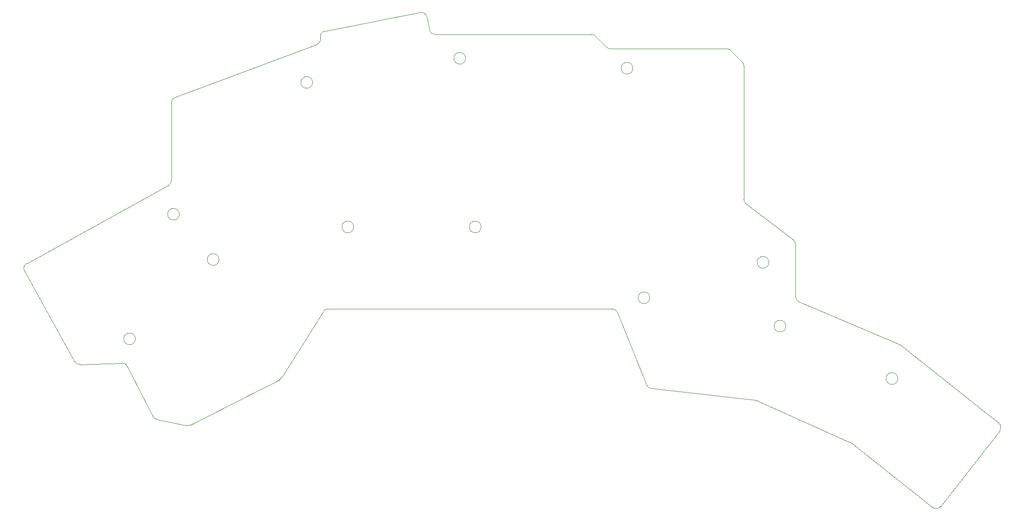
<source format=gm1>
%TF.GenerationSoftware,KiCad,Pcbnew,9.0.3*%
%TF.CreationDate,2025-08-09T09:45:47-04:00*%
%TF.ProjectId,bottom,626f7474-6f6d-42e6-9b69-6361645f7063,rev?*%
%TF.SameCoordinates,Original*%
%TF.FileFunction,Profile,NP*%
%FSLAX46Y46*%
G04 Gerber Fmt 4.6, Leading zero omitted, Abs format (unit mm)*
G04 Created by KiCad (PCBNEW 9.0.3) date 2025-08-09 09:45:47*
%MOMM*%
%LPD*%
G01*
G04 APERTURE LIST*
%TA.AperFunction,Profile*%
%ADD10C,0.050000*%
%TD*%
G04 APERTURE END LIST*
D10*
X46372186Y-94404112D02*
X51748748Y-95531456D01*
X160505931Y-62303539D02*
X151978783Y-55704314D01*
X124990025Y-25699901D02*
X127001062Y-27710938D01*
X156095963Y-66279839D02*
G75*
G02*
X153995963Y-66279839I-1050000J0D01*
G01*
X153995963Y-66279839D02*
G75*
G02*
X156095963Y-66279839I1050000J0D01*
G01*
X52408245Y-95443594D02*
X68395870Y-87291887D01*
X40158677Y-84325532D02*
G75*
G02*
X41083209Y-84869967I34123J-999268D01*
G01*
X41083218Y-84869962D02*
X45694671Y-93895379D01*
X124279700Y-25403839D02*
G75*
G02*
X124990006Y-25699920I0J-1000061D01*
G01*
X160893963Y-72441839D02*
X160893963Y-63085782D01*
X101739963Y-29703839D02*
G75*
G02*
X99639963Y-29703839I-1050000J0D01*
G01*
X99639963Y-29703839D02*
G75*
G02*
X101739963Y-29703839I1050000J0D01*
G01*
X179209963Y-87107839D02*
G75*
G02*
X177109963Y-87107839I-1050000J0D01*
G01*
X177109963Y-87107839D02*
G75*
G02*
X179209963Y-87107839I1050000J0D01*
G01*
X22679616Y-67831315D02*
X31697232Y-84069510D01*
X148579700Y-28003839D02*
G75*
G02*
X149290006Y-28299920I0J-1000061D01*
G01*
X197316669Y-95084933D02*
X179642884Y-81071400D01*
X153639979Y-90986377D02*
G75*
G02*
X153935427Y-91067084I-112679J-993623D01*
G01*
X48993963Y-51584000D02*
G75*
G02*
X48472496Y-52462048I-999963J0D01*
G01*
X75733019Y-26041458D02*
G75*
G02*
X75091797Y-27172648I-981719J-190842D01*
G01*
X22679616Y-67831315D02*
G75*
G02*
X23068158Y-66471740I874204J485475D01*
G01*
X159143963Y-77709839D02*
G75*
G02*
X157043963Y-77709839I-1050000J0D01*
G01*
X157043963Y-77709839D02*
G75*
G02*
X159143963Y-77709839I1050000J0D01*
G01*
X186862757Y-110059909D02*
G75*
G02*
X185453683Y-110227255I-787657J616209D01*
G01*
X134986816Y-88871070D02*
G75*
G02*
X134173293Y-88254520I112684J993670D01*
G01*
X32605629Y-84583450D02*
G75*
G02*
X31697232Y-84069510I-34129J999450D01*
G01*
X161503440Y-73362494D02*
X179504026Y-80999207D01*
X131711963Y-31481839D02*
G75*
G02*
X129611963Y-31481839I-1050000J0D01*
G01*
X129611963Y-31481839D02*
G75*
G02*
X131711963Y-31481839I1050000J0D01*
G01*
X48993965Y-37632600D02*
G75*
G02*
X49643592Y-36695965I1000035J0D01*
G01*
X151978783Y-55704314D02*
G75*
G02*
X151593963Y-54919641I615217J788414D01*
G01*
X75722123Y-25985409D02*
G75*
G02*
X76513444Y-24812916I981577J190809D01*
G01*
X128948452Y-75247995D02*
X134173295Y-88254519D01*
X124279700Y-25403839D02*
X96218200Y-25403839D01*
X48993965Y-37632600D02*
X48993963Y-51584000D01*
X74307963Y-34021839D02*
G75*
G02*
X72207963Y-34021839I-1050000J0D01*
G01*
X72207963Y-34021839D02*
G75*
G02*
X74307963Y-34021839I1050000J0D01*
G01*
X95234792Y-24584969D02*
X94786364Y-22277984D01*
X149290025Y-28299901D02*
X151301012Y-30310888D01*
X179504026Y-80999207D02*
G75*
G02*
X179642882Y-81071403I-391026J-921693D01*
G01*
X81673963Y-59929839D02*
G75*
G02*
X79573963Y-59929839I-1050000J0D01*
G01*
X79573963Y-59929839D02*
G75*
G02*
X81673963Y-59929839I1050000J0D01*
G01*
X134759963Y-72629839D02*
G75*
G02*
X132659963Y-72629839I-1050000J0D01*
G01*
X132659963Y-72629839D02*
G75*
G02*
X134759963Y-72629839I1050000J0D01*
G01*
X42557963Y-79995839D02*
G75*
G02*
X40457963Y-79995839I-1050000J0D01*
G01*
X40457963Y-79995839D02*
G75*
G02*
X42557963Y-79995839I1050000J0D01*
G01*
X96218200Y-25403839D02*
G75*
G02*
X95234808Y-24584966I100J1000039D01*
G01*
X76275656Y-75068991D02*
G75*
G02*
X77111431Y-74603960I844944J-535009D01*
G01*
X52408245Y-95443594D02*
G75*
G02*
X51748754Y-95531426I-454245J890894D01*
G01*
X68751859Y-86954409D02*
X76275656Y-75068991D01*
X151593963Y-31027480D02*
X151593963Y-54919641D01*
X186862757Y-110059909D02*
X197489175Y-96476899D01*
X93616217Y-21496478D02*
G75*
G02*
X94786440Y-22277968I190383J-981822D01*
G01*
X161503440Y-73362494D02*
G75*
G02*
X160893985Y-72441839I390560J920594D01*
G01*
X32605629Y-84583450D02*
X40158677Y-84325532D01*
X128018204Y-74614339D02*
G75*
G02*
X128948512Y-75247971I-204J-1000061D01*
G01*
X127708200Y-28003839D02*
X148579700Y-28003839D01*
X153935428Y-91067082D02*
X170678834Y-98552369D01*
X160505931Y-62303539D02*
G75*
G02*
X160893924Y-63085782I-612131J-790961D01*
G01*
X128018204Y-74614339D02*
X77111431Y-74603949D01*
X68751859Y-86954409D02*
G75*
G02*
X68395872Y-87291890I-845159J535009D01*
G01*
X75722123Y-25985409D02*
X75733019Y-26041458D01*
X48472470Y-52462001D02*
X23068160Y-66471744D01*
X46372186Y-94404112D02*
G75*
G02*
X45694715Y-93895355I205214J978712D01*
G01*
X134986816Y-88871070D02*
X153639979Y-90986377D01*
X151301012Y-30310888D02*
G75*
G02*
X151593947Y-31027480I-707312J-707312D01*
G01*
X93616217Y-21496478D02*
X76513429Y-24812839D01*
X57543963Y-65771839D02*
G75*
G02*
X55443963Y-65771839I-1050000J0D01*
G01*
X55443963Y-65771839D02*
G75*
G02*
X57543963Y-65771839I1050000J0D01*
G01*
X170895975Y-98684885D02*
X185453686Y-110227252D01*
X170678834Y-98552369D02*
G75*
G02*
X170895978Y-98684881I-408234J-913131D01*
G01*
X197316669Y-95084933D02*
G75*
G02*
X197489162Y-96476889I-621369J-783667D01*
G01*
X127708200Y-28003839D02*
G75*
G02*
X127001086Y-27710914I0J999939D01*
G01*
X50431963Y-57643839D02*
G75*
G02*
X48331963Y-57643839I-1050000J0D01*
G01*
X48331963Y-57643839D02*
G75*
G02*
X50431963Y-57643839I1050000J0D01*
G01*
X104533963Y-59929839D02*
G75*
G02*
X102433963Y-59929839I-1050000J0D01*
G01*
X102433963Y-59929839D02*
G75*
G02*
X104533963Y-59929839I1050000J0D01*
G01*
X75091797Y-27172648D02*
X49643570Y-36695906D01*
M02*

</source>
